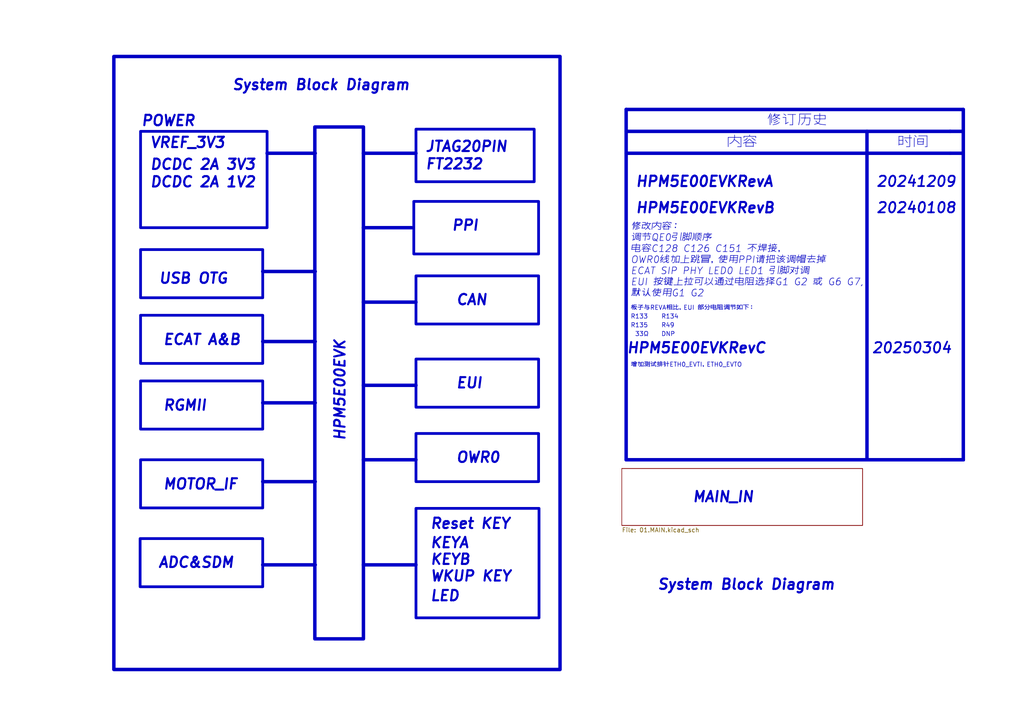
<source format=kicad_sch>
(kicad_sch (version 20230121) (generator eeschema)
  (paper "A4")
  (title_block (title "HPM5E00EVK") (date "2024-04-06") (rev "RevB"))
  (lib_symbols)
  (polyline (pts (xy 105.41 133.35) (xy 120.65 133.35)) (stroke (width 1)))
  (polyline (pts (xy 76.2 139.7) (xy 91.44 139.7)) (stroke (width 1)))
  (polyline (pts (xy 279.4 31.75) (xy 279.4 133.35)) (stroke (width 1) (type solid)))
  (polyline (pts (xy 105.41 111.76) (xy 120.65 111.76)) (stroke (width 1)))
  (polyline (pts (xy 76.2 99.06) (xy 91.44 99.06)) (stroke (width 1)))
  (polyline (pts (xy 181.61 44.45) (xy 275.59 44.45)) (stroke (width 1) (type solid)))
  (polyline (pts (xy 251.46 38.1) (xy 251.46 133.35)) (stroke (width 1) (type solid)))
  (polyline (pts (xy 279.4 133.35) (xy 181.61 133.35)) (stroke (width 1) (type solid)))
  (polyline (pts (xy 274.32 133.35) (xy 279.4 133.35)) (stroke (width 1)))
  (polyline (pts (xy 181.61 38.1) (xy 275.59 38.1)) (stroke (width 1) (type solid)))
  (polyline (pts (xy 105.41 87.63) (xy 120.65 87.63)) (stroke (width 1)))
  (polyline (pts (xy 76.2 116.84) (xy 91.44 116.84)) (stroke (width 1)))
  (polyline (pts (xy 181.61 31.75) (xy 181.61 133.35)) (stroke (width 1) (type solid)))
  (polyline (pts (xy 76.2 163.83) (xy 91.44 163.83)) (stroke (width 1)))
  (polyline (pts (xy 105.41 44.45) (xy 120.65 44.45)) (stroke (width 1)))
  (polyline (pts (xy 181.61 31.75) (xy 279.4 31.75)) (stroke (width 1) (type solid)))
  (polyline (pts (xy 275.59 38.1) (xy 279.4 38.1)) (stroke (width 1) (type solid)))
  (polyline (pts (xy 76.2 78.74) (xy 91.44 78.74)) (stroke (width 1)))
  (polyline (pts (xy 275.59 44.45) (xy 279.4 44.45)) (stroke (width 1) (type solid)))
  (polyline (pts (xy 273.05 133.35) (xy 279.4 133.35)) (stroke (width 1)))
  (polyline (pts (xy 105.41 163.83) (xy 120.65 163.83)) (stroke (width 1)))
  (polyline (pts (xy 77.47 44.45) (xy 91.44 44.45)) (stroke (width 1)))
  (polyline (pts (xy 105.41 66.04) (xy 119.38 66.04)) (stroke (width 1)))
  (rectangle (start 40.767 72.39) (end 76.2 86.36) (stroke (width 0.8)))
  (rectangle (start 120.65 104.14) (end 156.21 118.11) (stroke (width 0.8)))
  (rectangle (start 33.02 16.383) (end 162.433 194.183) (stroke (width 1)))
  (rectangle (start 40.767 38.1) (end 77.47 66.04) (stroke (width 0.8)))
  (rectangle (start 120.65 147.447) (end 156.337 179.197) (stroke (width 0.8)))
  (rectangle (start 40.767 110.49) (end 76.2 124.46) (stroke (width 0.8)))
  (rectangle (start 120.015 58.42) (end 156.21 73.66) (stroke (width 0.8)))
  (rectangle (start 40.767 91.44) (end 76.2 105.41) (stroke (width 0.8)))
  (rectangle (start 40.767 133.35) (end 76.2 147.32) (stroke (width 0.8)))
  (rectangle (start 120.65 37.465) (end 154.94 52.705) (stroke (width 0.8)))
  (rectangle (start 120.65 125.73) (end 156.21 139.7) (stroke (width 0.8)))
  (rectangle (start 40.64 156.21) (end 76.2 170.18) (stroke (width 0.8)))
  (rectangle (start 91.313 36.83) (end 105.41 185.293) (stroke (width 1)))
  (rectangle (start 120.65 80.01) (end 156.21 93.98) (stroke (width 0.8)))
  (text "MOTOR_IF \n" (at 47.117 142.367 0) (effects (font (size 3 3) (thickness 0.6) bold italic) (justify left bottom)))
  (text "HPM5E00EVKRevA" (at 184.15 54.61 0) (effects (font (size 3 3) (thickness 0.6) bold italic) (justify left bottom)))
  (text "HPM5E00EVKRevC\n" (at 181.61 102.87 0) (effects (font (size 3 3) (thickness 0.6) bold italic) (justify left bottom)))
  (text "MAIN_IN" (at 200.66 146.05 0) (effects (font (size 3 3) (thickness 0.6) bold italic) (justify left bottom)))
  (text "HPM5E00EVK" (at 100.33 128.27 90) (effects (font (size 3 3) (thickness 0.6) bold italic) (justify left bottom)))
  (text "时间" (at 260.35 43.18 0) (effects (font (size 3 3)) (justify left bottom)))
  (text "R134" (at 191.77 92.71 0) (effects (font (size 1.27 1.27)) (justify left bottom)))
  (text "DCDC 2A 3V3" (at 43.307 49.657 0) (effects (font (size 3 3) (thickness 0.6) bold italic) (justify left bottom)))
  (text "增加测试排针ETH0_EVTI，ETH0_EVTO" (at 182.88 106.68 0) (effects (font (size 1.27 1.27)) (justify left bottom)))
  (text "R135" (at 182.88 95.25 0) (effects (font (size 1.27 1.27)) (justify left bottom)))
  (text "板子与REVA相比，EUI 部分电阻调节如下：" (at 182.88 90.17 0) (effects (font (size 1.27 1.27)) (justify left bottom)))
  (text "CAN" (at 132.08 88.9 0) (effects (font (size 3 3) (thickness 0.6) bold italic) (justify left bottom)))
  (text "ECAT A&B \n" (at 47.117 100.457 0) (effects (font (size 3 3) (thickness 0.6) bold italic) (justify left bottom)))
  (text "FT2232" (at 123.19 49.53 0) (effects (font (size 3 3) (thickness 0.6) bold italic) (justify left bottom)))
  (text "修改内容：\n调节QE0引脚顺序\n电容C128 C126 C151 不焊接，\nOWR0线加上跳冒，使用PPI请把该调帽去掉\nECAT SIP PHY LED0 LED1 引脚对调\nEUI 按键上拉可以通过电阻选择G1 G2 或 G6 G7,\n默认使用G1 G2\n" (at 182.88 86.36 0) (effects (font (size 2 2) italic) (justify left bottom)))
  (text "USB OTG\n" (at 45.847 82.677 0) (effects (font (size 3 3) (thickness 0.6) bold italic) (justify left bottom)))
  (text "R133" (at 182.88 92.71 0) (effects (font (size 1.27 1.27)) (justify left bottom)))
  (text "内容" (at 210.82 43.18 0) (effects (font (size 3 3)) (justify left bottom)))
  (text "33Ω" (at 184.15 97.79 0) (effects (font (size 1.27 1.27)) (justify left bottom)))
  (text "DCDC 2A 1V2" (at 43.307 54.737 0) (effects (font (size 3 3) (thickness 0.6) bold italic) (justify left bottom)))
  (text "POWER" (at 40.767 36.957 0) (effects (font (size 3 3) (thickness 0.6) bold italic) (justify left bottom)))
  (text "KEYA\nKEYB\nWKUP KEY" (at 124.587 169.037 0) (effects (font (size 3 3) (thickness 0.6) bold italic) (justify left bottom)))
  (text "20240108" (at 254 62.23 0) (effects (font (size 3 3) (thickness 0.5) bold italic) (justify left bottom)))
  (text "20250304" (at 252.73 102.87 0) (effects (font (size 3 3) (thickness 0.5) bold italic) (justify left bottom)))
  (text "System Block Diagram" (at 67.183 26.543 0) (effects (font (size 3 3) (thickness 0.6) bold italic) (justify left bottom)))
  (text "20241209" (at 254 54.61 0) (effects (font (size 3 3) (thickness 0.5) bold italic) (justify left bottom)))
  (text "ADC&SDM" (at 45.72 165.1 0) (effects (font (size 3 3) (thickness 0.6) bold italic) (justify left bottom)))
  (text "JTAG20PIN\n" (at 123.19 44.45 0) (effects (font (size 3 3) (thickness 0.6) bold italic) (justify left bottom)))
  (text "HPM5E00EVKRevB" (at 184.15 62.23 0) (effects (font (size 3 3) (thickness 0.6) bold italic) (justify left bottom)))
  (text "PPI" (at 130.81 67.31 0) (effects (font (size 3 3) (thickness 0.6) bold italic) (justify left bottom)))
  (text "EUI" (at 132.08 113.03 0) (effects (font (size 3 3) (thickness 0.6) bold italic) (justify left bottom)))
  (text "DNP" (at 191.77 97.79 0) (effects (font (size 1.27 1.27)) (justify left bottom)))
  (text "RGMII \n" (at 47.117 119.507 0) (effects (font (size 3 3) (thickness 0.6) bold italic) (justify left bottom)))
  (text "修订历史\n" (at 222.25 36.83 0) (effects (font (size 3 3)) (justify left bottom)))
  (text "System Block Diagram" (at 190.5 171.45 0) (effects (font (size 3 3) (thickness 0.6) bold italic) (justify left bottom)))
  (text "VREF_3V3" (at 43.307 43.307 0) (effects (font (size 3 3) (thickness 0.6) bold italic) (justify left bottom)))
  (text "R49" (at 191.77 95.25 0) (effects (font (size 1.27 1.27)) (justify left bottom)))
  (text "OWR0" (at 132.08 134.62 0) (effects (font (size 3 3) (thickness 0.6) bold italic) (justify left bottom)))
  (text "LED\n" (at 124.587 174.752 0) (effects (font (size 3 3) (thickness 0.6) bold italic) (justify left bottom)))
  (text "Reset KEY\n" (at 124.587 153.797 0) (effects (font (size 3 3) (thickness 0.6) bold italic) (justify left bottom)))
  (sheet (at 180.34 135.89) (size 69.85 16.51) (stroke (width 0.1524))
    (property "Sheetname" "01.MAIN" (effects hide))
    (property "Sheetfile" "01.MAIN.kicad_sch" (at 180.34 152.9846 0) (effects (justify left top)))
  )
)
</source>
